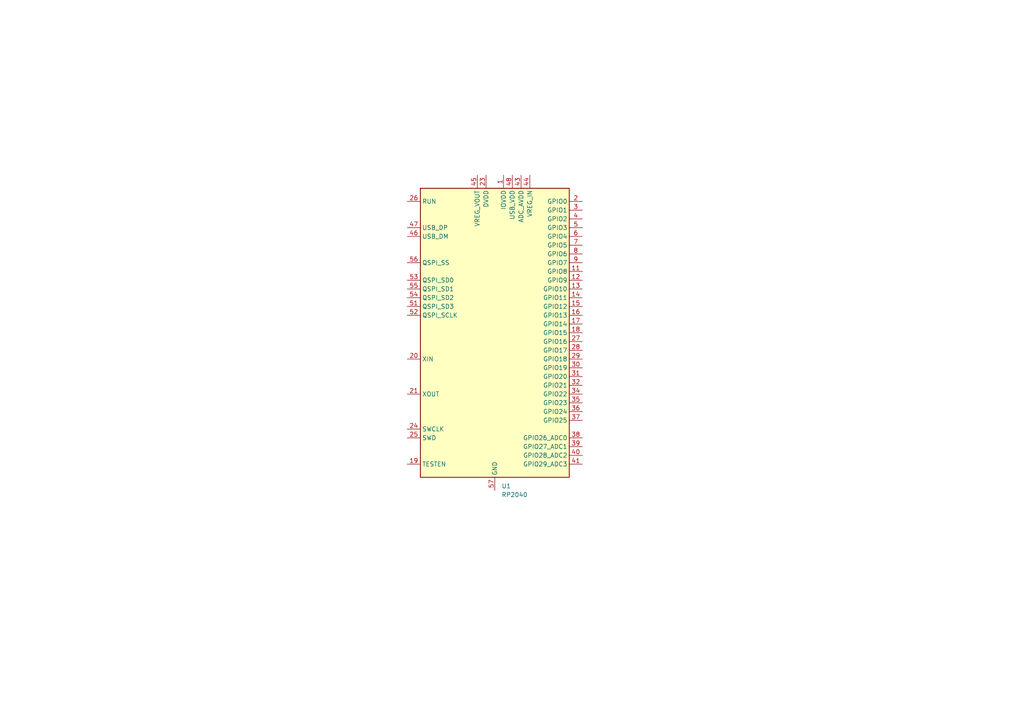
<source format=kicad_sch>
(kicad_sch (version 20230121) (generator eeschema)
  (paper "A4")
  (lib_symbols
    (symbol "MCU_RaspberryPi:RP2040"
      (property "Reference" "U" (at 17.78 45.72 0))
      (property "Value" "RP2040" (at 17.78 43.18 0))
      (symbol "RP2040_0_1"
        (rectangle (start -21.59 41.91) (end 21.59 -41.91) (stroke (width 0.254)) (fill (type background)))
      )
      (symbol "RP2040_1_1"
        (pin power_in line (at 2.54 45.72 270) (length 3.81) (name "IOVDD") (number "1"))
        (pin passive line (at 2.54 45.72 270) (length 3.81) hide (name "IOVDD") (number "10"))
        (pin bidirectional line (at 25.4 17.78 180) (length 3.81) (name "GPIO8") (number "11"))
        (pin bidirectional line (at 25.4 15.24 180) (length 3.81) (name "GPIO9") (number "12"))
        (pin bidirectional line (at 25.4 12.7 180) (length 3.81) (name "GPIO10") (number "13"))
        (pin bidirectional line (at 25.4 10.16 180) (length 3.81) (name "GPIO11") (number "14"))
        (pin bidirectional line (at 25.4 7.62 180) (length 3.81) (name "GPIO12") (number "15"))
        (pin bidirectional line (at 25.4 5.08 180) (length 3.81) (name "GPIO13") (number "16"))
        (pin bidirectional line (at 25.4 2.54 180) (length 3.81) (name "GPIO14") (number "17"))
        (pin bidirectional line (at 25.4 0 180) (length 3.81) (name "GPIO15") (number "18"))
        (pin input line (at -25.4 -38.1 0) (length 3.81) (name "TESTEN") (number "19"))
        (pin bidirectional line (at 25.4 38.1 180) (length 3.81) (name "GPIO0") (number "2"))
        (pin input line (at -25.4 -7.62 0) (length 3.81) (name "XIN") (number "20"))
        (pin passive line (at -25.4 -17.78 0) (length 3.81) (name "XOUT") (number "21"))
        (pin passive line (at 2.54 45.72 270) (length 3.81) hide (name "IOVDD") (number "22"))
        (pin power_in line (at -2.54 45.72 270) (length 3.81) (name "DVDD") (number "23"))
        (pin output line (at -25.4 -27.94 0) (length 3.81) (name "SWCLK") (number "24"))
        (pin bidirectional line (at -25.4 -30.48 0) (length 3.81) (name "SWD") (number "25"))
        (pin input line (at -25.4 38.1 0) (length 3.81) (name "RUN") (number "26"))
        (pin bidirectional line (at 25.4 -2.54 180) (length 3.81) (name "GPIO16") (number "27"))
        (pin bidirectional line (at 25.4 -5.08 180) (length 3.81) (name "GPIO17") (number "28"))
        (pin bidirectional line (at 25.4 -7.62 180) (length 3.81) (name "GPIO18") (number "29"))
        (pin bidirectional line (at 25.4 35.56 180) (length 3.81) (name "GPIO1") (number "3"))
        (pin bidirectional line (at 25.4 -10.16 180) (length 3.81) (name "GPIO19") (number "30"))
        (pin bidirectional line (at 25.4 -12.7 180) (length 3.81) (name "GPIO20") (number "31"))
        (pin bidirectional line (at 25.4 -15.24 180) (length 3.81) (name "GPIO21") (number "32"))
        (pin passive line (at 2.54 45.72 270) (length 3.81) hide (name "IOVDD") (number "33"))
        (pin bidirectional line (at 25.4 -17.78 180) (length 3.81) (name "GPIO22") (number "34"))
        (pin bidirectional line (at 25.4 -20.32 180) (length 3.81) (name "GPIO23") (number "35"))
        (pin bidirectional line (at 25.4 -22.86 180) (length 3.81) (name "GPIO24") (number "36"))
        (pin bidirectional line (at 25.4 -25.4 180) (length 3.81) (name "GPIO25") (number "37"))
        (pin bidirectional line (at 25.4 -30.48 180) (length 3.81) (name "GPIO26_ADC0") (number "38"))
        (pin bidirectional line (at 25.4 -33.02 180) (length 3.81) (name "GPIO27_ADC1") (number "39"))
        (pin bidirectional line (at 25.4 33.02 180) (length 3.81) (name "GPIO2") (number "4"))
        (pin bidirectional line (at 25.4 -35.56 180) (length 3.81) (name "GPIO28_ADC2") (number "40"))
        (pin bidirectional line (at 25.4 -38.1 180) (length 3.81) (name "GPIO29_ADC3") (number "41"))
        (pin passive line (at 2.54 45.72 270) (length 3.81) hide (name "IOVDD") (number "42"))
        (pin power_in line (at 7.62 45.72 270) (length 3.81) (name "ADC_AVDD") (number "43"))
        (pin power_in line (at 10.16 45.72 270) (length 3.81) (name "VREG_IN") (number "44"))
        (pin power_out line (at -5.08 45.72 270) (length 3.81) (name "VREG_VOUT") (number "45"))
        (pin bidirectional line (at -25.4 27.94 0) (length 3.81) (name "USB_DM") (number "46"))
        (pin bidirectional line (at -25.4 30.48 0) (length 3.81) (name "USB_DP") (number "47"))
        (pin power_in line (at 5.08 45.72 270) (length 3.81) (name "USB_VDD") (number "48"))
        (pin passive line (at 2.54 45.72 270) (length 3.81) hide (name "IOVDD") (number "49"))
        (pin bidirectional line (at 25.4 30.48 180) (length 3.81) (name "GPIO3") (number "5"))
        (pin passive line (at -2.54 45.72 270) (length 3.81) hide (name "DVDD") (number "50"))
        (pin bidirectional line (at -25.4 7.62 0) (length 3.81) (name "QSPI_SD3") (number "51"))
        (pin output line (at -25.4 5.08 0) (length 3.81) (name "QSPI_SCLK") (number "52"))
        (pin bidirectional line (at -25.4 15.24 0) (length 3.81) (name "QSPI_SD0") (number "53"))
        (pin bidirectional line (at -25.4 10.16 0) (length 3.81) (name "QSPI_SD2") (number "54"))
        (pin bidirectional line (at -25.4 12.7 0) (length 3.81) (name "QSPI_SD1") (number "55"))
        (pin bidirectional line (at -25.4 20.32 0) (length 3.81) (name "QSPI_SS") (number "56"))
        (pin power_in line (at 0 -45.72 90) (length 3.81) (name "GND") (number "57"))
        (pin bidirectional line (at 25.4 27.94 180) (length 3.81) (name "GPIO4") (number "6"))
        (pin bidirectional line (at 25.4 25.4 180) (length 3.81) (name "GPIO5") (number "7"))
        (pin bidirectional line (at 25.4 22.86 180) (length 3.81) (name "GPIO6") (number "8"))
        (pin bidirectional line (at 25.4 20.32 180) (length 3.81) (name "GPIO7") (number "9"))
      )
    )
  )
  (symbol (lib_id "MCU_RaspberryPi:RP2040") (at 143.51 96.52 0) (unit 1)
    (property "Reference" "U1" (at 145.4659 140.97 0) (effects (justify left)))
    (property "Value" "RP2040" (at 145.4659 143.51 0) (effects (justify left)))
    (property "Footprint" "Package_DFN_QFN:QFN-56-1EP_7x7mm_P0.4mm_EP3.2x3.2mm" (effects hide))
    (property "Datasheet" "https://datasheets.raspberrypi.com/rp2040/rp2040-datasheet.pdf" (effects hide))
  )
)
</source>
